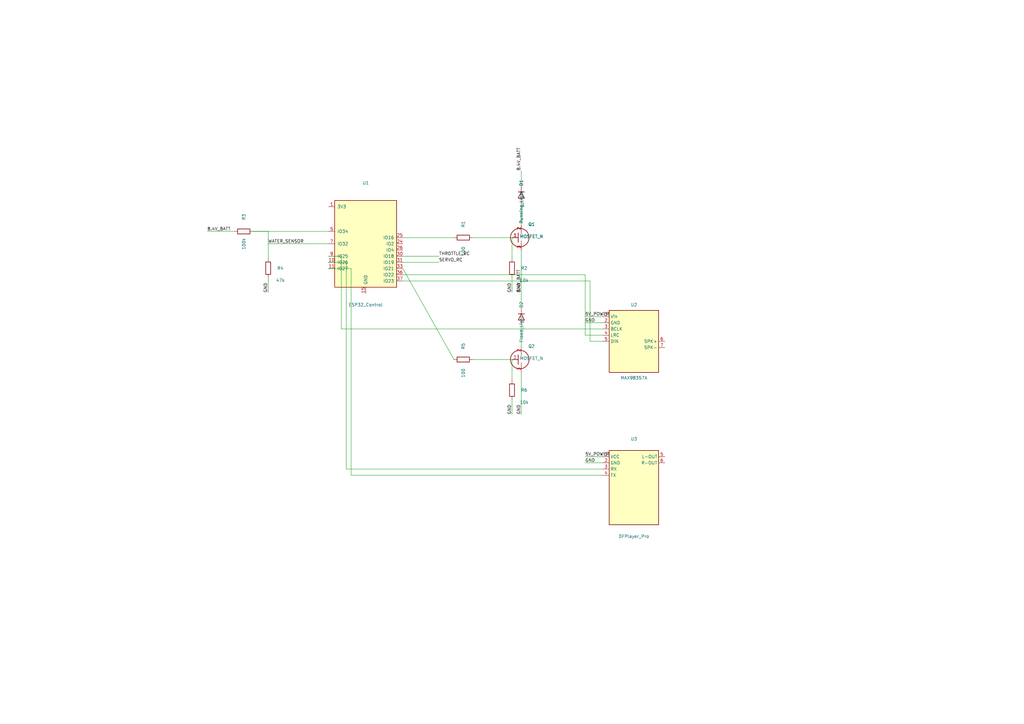
<source format=kicad_sch>
(kicad_sch (version 20230121) (generator eeschema)
  (paper "A3")
  (title_block (title "Edmund Fitzgerald - FULL SYSTEM") (company "Project Edmund Fitzgerald") (rev "2.3") (date "2026-01-31"))
  (lib_symbols
    (symbol "Device:R" (pin_numbers hide) (pin_names (offset 0))
      (property "Reference" "R" (at 2.032 0 90))
      (property "Value" "R" (at 0 0 90))
      (symbol "R_0_1"
        (rectangle (start -1.016 -2.54) (end 1.016 2.54) (stroke (width 0.254)))
      )
      (symbol "R_1_1"
        (pin passive line (at 0 3.81 270) (length 1.27) (name "~") (number "1"))
        (pin passive line (at 0 -3.81 90) (length 1.27) (name "~") (number "2"))
      )
    )
    (symbol "Transistor_FET:Q_NMOS_GDS" (pin_names (offset 0) hide)
      (property "Reference" "Q" (at 5.08 2.54 0))
      (property "Value" "Q_NMOS_GDS" (at 5.08 0 0))
      (symbol "Q_NMOS_GDS_0_1"
        (polyline (pts (xy 0.254 0) (xy 2.54 0)))
        (polyline (pts (xy 2.54 1.905) (xy 2.54 -1.905)) (stroke (width 0.254)))
        (polyline (pts (xy 3.81 2.54) (xy 3.81 1.27)))
        (polyline (pts (xy 3.81 -2.54) (xy 3.81 -1.27)))
        (circle (center 3.175 0) (radius 3.81) (stroke (width 0.254)))
        (pin input line (at 0 0 0) (length 2.54) (name "G") (number "1"))
        (pin passive line (at 3.81 5.08 270) (length 2.54) (name "D") (number "2"))
        (pin passive line (at 3.81 -5.08 90) (length 2.54) (name "S") (number "3"))
      )
    )
    (symbol "Device:LED" (pin_numbers hide) (pin_names (offset 1.016) hide)
      (property "Reference" "D" (at 0 2.54 0))
      (property "Value" "LED" (at 0 -2.54 0))
      (symbol "LED_0_1"
        (polyline (pts (xy -1.27 -1.27) (xy -1.27 1.27) (xy 1.27 0) (xy -1.27 -1.27)) (stroke (width 0.254)))
        (polyline (pts (xy 1.27 -1.27) (xy 1.27 1.27)) (stroke (width 0.254)))
      )
      (symbol "LED_1_1"
        (pin passive line (at -3.81 0 0) (length 2.54) (name "K") (number "1"))
        (pin passive line (at 3.81 0 180) (length 2.54) (name "A") (number "2"))
      )
    )
    (symbol "MCU_Espressif:ESP32-WROOM-32" (pin_names (offset 1.016))
      (property "Reference" "U" (at -12.7 20.32 0))
      (property "Value" "ESP32-WROOM-32" (at 0 20.32 0))
      (symbol "ESP32-WROOM-32_0_1"
        (rectangle (start -12.7 -17.78) (end 12.7 17.78) (stroke (width 0.254)) (fill (type background)))
      )
      (symbol "ESP32-WROOM-32_1_1"
        (pin power_in line (at -15.24 15.24 0) (length 2.54) (name "3V3") (number "1"))
        (pin bidirectional line (at -15.24 5.08 0) (length 2.54) (name "IO34") (number "5"))
        (pin bidirectional line (at -15.24 0 0) (length 2.54) (name "IO32") (number "7"))
        (pin bidirectional line (at -15.24 -5.08 0) (length 2.54) (name "IO25") (number "9"))
        (pin bidirectional line (at -15.24 -7.62 0) (length 2.54) (name "IO26") (number "10"))
        (pin bidirectional line (at -15.24 -10.16 0) (length 2.54) (name "IO27") (number "11"))
        (pin power_in line (at 0 -20.32 90) (length 2.54) (name "GND") (number "15"))
        (pin bidirectional line (at 15.24 -15.24 180) (length 2.54) (name "IO23") (number "37"))
        (pin bidirectional line (at 15.24 -12.7 180) (length 2.54) (name "IO22") (number "36"))
        (pin bidirectional line (at 15.24 -10.16 180) (length 2.54) (name "IO21") (number "33"))
        (pin bidirectional line (at 15.24 -7.62 180) (length 2.54) (name "IO19") (number "31"))
        (pin bidirectional line (at 15.24 -5.08 180) (length 2.54) (name "IO18") (number "30"))
        (pin bidirectional line (at 15.24 -2.54 180) (length 2.54) (name "IO4") (number "26"))
        (pin bidirectional line (at 15.24 0 180) (length 2.54) (name "IO2") (number "24"))
        (pin bidirectional line (at 15.24 2.54 180) (length 2.54) (name "IO16") (number "25"))
      )
    )
    (symbol "Module:MAX98357A"
      (property "Reference" "U" (at 0 15.24 0))
      (property "Value" "MAX98357A" (at 0 12.7 0))
      (symbol "MAX98357A_0_1"
        (rectangle (start -10.16 -12.7) (end 10.16 12.7) (stroke (width 0.254)) (fill (type background)))
      )
      (symbol "MAX98357A_1_1"
        (pin power_in line (at -12.7 10.16 0) (length 2.54) (name "Vin") (number "1"))
        (pin power_in line (at -12.7 7.62 0) (length 2.54) (name "GND") (number "2"))
        (pin input line (at -12.7 5.08 0) (length 2.54) (name "BCLK") (number "3"))
        (pin input line (at -12.7 2.54 0) (length 2.54) (name "LRC") (number "4"))
        (pin input line (at -12.7 0 0) (length 2.54) (name "DIN") (number "5"))
        (pin output line (at 12.7 0 180) (length 2.54) (name "SPK+") (number "6"))
        (pin output line (at 12.7 -2.54 180) (length 2.54) (name "SPK-") (number "7"))
      )
    )
    (symbol "Module:DFPlayer_Pro"
      (property "Reference" "U" (at 0 17.78 0))
      (property "Value" "DFPlayer_Pro" (at 0 15.24 0))
      (symbol "DFPlayer_Pro_0_1"
        (rectangle (start -10.16 -15.24) (end 10.16 15.24) (stroke (width 0.254)) (fill (type background)))
      )
      (symbol "DFPlayer_Pro_1_1"
        (pin power_in line (at -12.7 12.7 0) (length 2.54) (name "VCC") (number "1"))
        (pin power_in line (at -12.7 10.16 0) (length 2.54) (name "GND") (number "2"))
        (pin input line (at -12.7 7.62 0) (length 2.54) (name "RX") (number "3"))
        (pin output line (at -12.7 5.08 0) (length 2.54) (name "TX") (number "4"))
        (pin output line (at 12.7 12.7 180) (length 2.54) (name "L-OUT") (number "5"))
        (pin output line (at 12.7 10.16 180) (length 2.54) (name "R-OUT") (number "6"))
      )
    )
  )
  (symbol (lib_id "MCU_Espressif:ESP32-WROOM-32") (at 150 100 0) (unit 1)
    (property "Reference" "U1" (at 150 75 0))
    (property "Value" "ESP32_Control" (at 150 125 0))
  )
  (symbol (lib_id "Transistor_FET:Q_NMOS_GDS") (at 210 97.46 0) (unit 1)
    (property "Reference" "Q1" (at 218 92 0))
    (property "Value" "MOSFET_N" (at 218 97 0))
  )
  (symbol (lib_id "Device:R") (at 190 97.46 90) (unit 1)
    (property "Reference" "R1" (at 190 92 0))
    (property "Value" "100" (at 190 103 0))
  )
  (symbol (lib_id "Device:R") (at 210 110 0) (unit 1)
    (property "Reference" "R2" (at 215 110 0))
    (property "Value" "10k" (at 215 115 0))
  )
  (symbol (lib_id "Device:LED") (at 213.81 80 90) (unit 1)
    (property "Reference" "D1" (at 213.81 75 0))
    (property "Value" "Running_Light" (at 213.81 85 0))
  )
  (wire (pts (xy 165.24 97.46) (xy 186.19 97.46)))
  (wire (pts (xy 193.81 97.46) (xy 210 97.46)))
  (wire (pts (xy 210 97.46) (xy 210 106.19)))
  (wire (pts (xy 210 113.81) (xy 210 120)))
  (wire (pts (xy 213.81 92.38) (xy 213.81 83.81)))
  (wire (pts (xy 213.81 76.19) (xy 213.81 70)))
  (wire (pts (xy 213.81 102.54) (xy 213.81 120)))
  (label "8.4V_BATT" (at 213.81 70 90))
  (label "GND" (at 210 120 90))
  (label "GND" (at 213.81 120 90))
  (symbol (lib_id "Transistor_FET:Q_NMOS_GDS") (at 210 147.46 0) (unit 1)
    (property "Reference" "Q2" (at 218 142 0))
    (property "Value" "MOSFET_N" (at 218 147 0))
  )
  (symbol (lib_id "Device:R") (at 190 147.46 90) (unit 1)
    (property "Reference" "R5" (at 190 142 0))
    (property "Value" "100" (at 190 153 0))
  )
  (symbol (lib_id "Device:R") (at 210 160 0) (unit 1)
    (property "Reference" "R6" (at 215 160 0))
    (property "Value" "10k" (at 215 165 0))
  )
  (symbol (lib_id "Device:LED") (at 213.81 130 90) (unit 1)
    (property "Reference" "D2" (at 213.81 125 0))
    (property "Value" "Flood_Light" (at 213.81 135 0))
  )
  (wire (pts (xy 165.24 110.16) (xy 186.19 147.46)))
  (wire (pts (xy 193.81 147.46) (xy 210 147.46)))
  (wire (pts (xy 210 147.46) (xy 210 156.19)))
  (wire (pts (xy 210 163.81) (xy 210 170)))
  (wire (pts (xy 213.81 142.38) (xy 213.81 133.81)))
  (wire (pts (xy 213.81 126.19) (xy 213.81 120)))
  (wire (pts (xy 213.81 152.54) (xy 213.81 170)))
  (label "8.4V_BATT" (at 213.81 120 90))
  (label "GND" (at 210 170 90))
  (label "GND" (at 213.81 170 90))
  (symbol (lib_id "Device:R") (at 100 94.92 90) (unit 1)
    (property "Reference" "R3" (at 100 89 0))
    (property "Value" "100k" (at 100 100 0))
  )
  (symbol (lib_id "Device:R") (at 110 110 0) (unit 1)
    (property "Reference" "R4" (at 115 110 0))
    (property "Value" "47k" (at 115 115 0))
  )
  (wire (pts (xy 134.76 94.92) (xy 103.81 94.92)))
  (wire (pts (xy 96.19 94.92) (xy 85 94.92)))
  (wire (pts (xy 103.81 94.92) (xy 110 94.92)))
  (wire (pts (xy 110 94.92) (xy 110 106.19)))
  (wire (pts (xy 110 113.81) (xy 110 120)))
  (label "8.4V_BATT" (at 85 94.92 0))
  (label "GND" (at 110 120 90))
  (wire (pts (xy 134.76 100) (xy 110 100)))
  (label "WATER_SENSOR" (at 110 100 0))
  (symbol (lib_id "Module:MAX98357A") (at 260 140 0) (unit 1)
    (property "Reference" "U2" (at 260 125 0))
    (property "Value" "MAX98357A" (at 260 155 0))
  )
  (symbol (lib_id "Module:DFPlayer_Pro") (at 260 200 0) (unit 1)
    (property "Reference" "U3" (at 260 180 0))
    (property "Value" "DFPlayer_Pro" (at 260 220 0))
  )
  (wire (pts (xy 134.76 105.08) (xy 140 105.08)))
  (wire (pts (xy 140 105.08) (xy 140 134.92)))
  (wire (pts (xy 140 134.92) (xy 247.3 134.92)))
  (wire (pts (xy 165.24 112.7) (xy 240 112.7)))
  (wire (pts (xy 240 112.7) (xy 240 137.46)))
  (wire (pts (xy 240 137.46) (xy 247.3 137.46)))
  (wire (pts (xy 165.24 115.24) (xy 242 115.24)))
  (wire (pts (xy 242 115.24) (xy 242 140.0)))
  (wire (pts (xy 242 140.0) (xy 247.3 140.0)))
  (wire (pts (xy 134.76 107.62) (xy 142 107.62)))
  (wire (pts (xy 142 107.62) (xy 142 192.38)))
  (wire (pts (xy 142 192.38) (xy 247.3 192.38)))
  (wire (pts (xy 134.76 110.16) (xy 144 110.16)))
  (wire (pts (xy 144 110.16) (xy 144 194.92)))
  (wire (pts (xy 144 194.92) (xy 247.3 194.92)))
  (wire (pts (xy 247.3 129.84) (xy 240 129.84)))
  (label "5V_POWER" (at 240 129.84 0))
  (wire (pts (xy 247.3 132.38) (xy 240 132.38)))
  (label "GND" (at 240 132.38 0))
  (wire (pts (xy 247.3 187.3) (xy 240 187.3)))
  (label "5V_POWER" (at 240 187.3 0))
  (wire (pts (xy 247.3 189.84) (xy 240 189.84)))
  (label "GND" (at 240 189.84 0))
  (wire (pts (xy 165.24 105.08) (xy 180 105.08)))
  (label "THROTTLE_RC" (at 180 105.08 0))
  (wire (pts (xy 165.24 107.62) (xy 180 107.62)))
  (label "SERVO_RC" (at 180 107.62 0))
)
</source>
